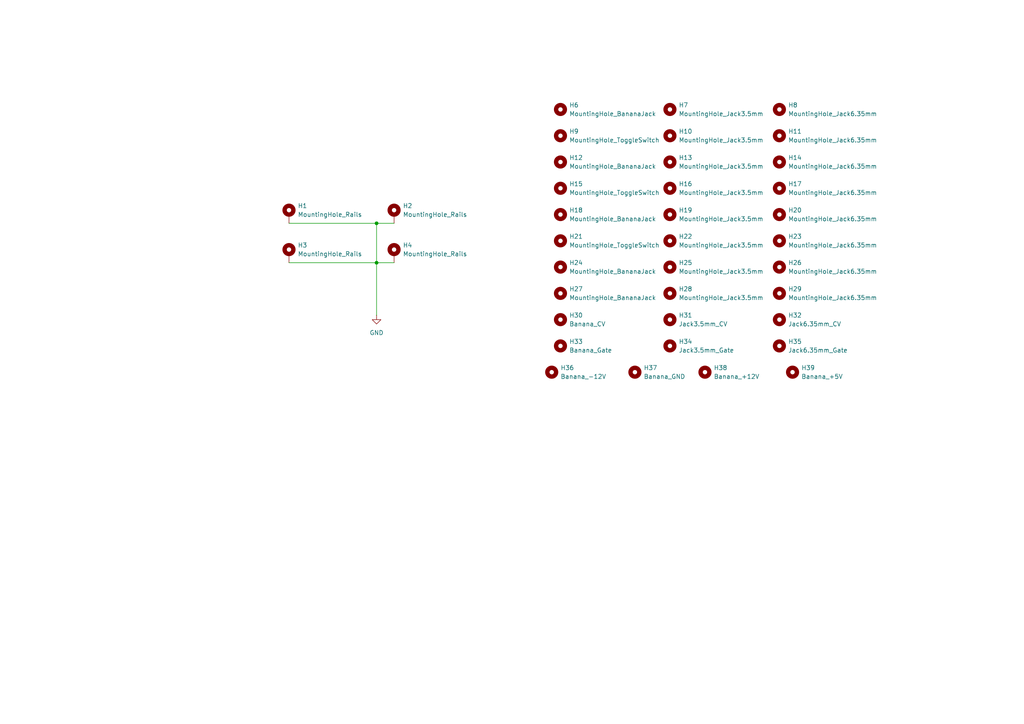
<source format=kicad_sch>
(kicad_sch (version 20231120) (generator "eeschema") (generator_version "8.0")
  (paper "A4")
  (lib_symbols
    (symbol "Synth_Stuff:MountingHole_BananaJack" (pin_names (offset 1.016)) (exclude_from_sim yes) (in_bom no)
      (property "Reference" "H" (at 0 5.08 0))
      (property "Value" "MountingHole_BananaJack" (at 0 3.175 0))
      (symbol "MountingHole_BananaJack_0_1"
        (circle (center 0 0) (radius 1.27) (stroke (width 1.27)))
      )
    )
    (symbol "Synth_Stuff:MountingHole_Jack3.5mm" (pin_names (offset 1.016)) (exclude_from_sim yes) (in_bom no)
      (property "Reference" "H" (at 0 5.08 0))
      (property "Value" "MountingHole_Jack3.5mm" (at 0 3.175 0))
      (symbol "MountingHole_Jack3.5mm_0_1"
        (circle (center 0 0) (radius 1.27) (stroke (width 1.27)))
      )
    )
    (symbol "Synth_Stuff:MountingHole_Jack6.35mm" (pin_names (offset 1.016)) (exclude_from_sim yes) (in_bom no)
      (property "Reference" "H" (at 0 5.08 0))
      (property "Value" "MountingHole_Jack6.35mm" (at 0 3.175 0))
      (symbol "MountingHole_Jack6.35mm_0_1"
        (circle (center 0 0) (radius 1.27) (stroke (width 1.27)))
      )
    )
    (symbol "Synth_Stuff:MountingHole_Rails" (pin_numbers hide) (pin_names (offset 1.016) hide) (exclude_from_sim yes) (in_bom no)
      (property "Reference" "H" (at 0 6.35 0))
      (property "Value" "MountingHole_Rails" (at 0 4.445 0))
      (symbol "MountingHole_Rails_0_1"
        (circle (center 0 1.27) (radius 1.27) (stroke (width 1.27)))
      )
      (symbol "MountingHole_Rails_1_1"
        (pin input line (at 0 -2.54 90) (length 2.54) (name "1") (number "1"))
      )
    )
    (symbol "Synth_Stuff:MountingHole_ToggleSwitch" (pin_names (offset 1.016)) (exclude_from_sim yes) (in_bom no)
      (property "Reference" "H" (at 0 5.08 0))
      (property "Value" "MountingHole_ToggleSwitch" (at 0 3.175 0))
      (symbol "MountingHole_ToggleSwitch_0_1"
        (circle (center 0 0) (radius 1.27) (stroke (width 1.27)))
      )
    )
    (symbol "power:GND" (power) (pin_numbers hide) (pin_names (offset 0) hide)
      (property "Value" "GND" (at 0 -3.81 0))
      (symbol "GND_0_1"
        (polyline (pts (xy 0 0) (xy 0 -1.27) (xy 1.27 -1.27) (xy 0 -2.54) (xy -1.27 -1.27) (xy 0 -1.27)))
      )
      (symbol "GND_1_1"
        (pin power_in line (at 0 0 270) (length 0) (name "~") (number "1"))
      )
    )
  )
  (junction (at 109.22 64.77))
  (junction (at 109.22 76.2))
  (wire (pts (xy 109.22 64.77) (xy 109.22 76.2)))
  (wire (pts (xy 109.22 76.2) (xy 109.22 91.44)))
  (wire (pts (xy 83.82 64.77) (xy 109.22 64.77)))
  (wire (pts (xy 83.82 76.2) (xy 109.22 76.2)))
  (wire (pts (xy 109.22 76.2) (xy 114.3 76.2)))
  (wire (pts (xy 109.22 64.77) (xy 114.3 64.77)))
  (symbol (lib_id "Synth_Stuff:MountingHole_Jack3.5mm") (at 194.31 100.33 0) (unit 1) (exclude_from_sim yes) (in_bom no)
    (property "Reference" "H34" (at 196.85 99.0599 0) (effects (justify left)))
    (property "Value" "Jack3.5mm_Gate" (at 196.85 101.5999 0) (effects (justify left)))
    (property "Footprint" "SynthStuff:Jack_3.5mm_Cutout" (effects (hide yes)))
    (property "Description" "Mounting Hole without connection" (effects (hide yes)))
  )
  (symbol (lib_id "Synth_Stuff:MountingHole_BananaJack") (at 184.15 107.95 0) (unit 1) (exclude_from_sim yes) (in_bom no)
    (property "Reference" "H37" (at 186.69 106.6799 0) (effects (justify left)))
    (property "Value" "Banana_GND" (at 186.69 109.2199 0) (effects (justify left)))
    (property "Footprint" "SynthStuff:Banana_Jack_Cutout" (effects (hide yes)))
    (property "Description" "Mounting Hole without connection" (effects (hide yes)))
  )
  (symbol (lib_id "Synth_Stuff:MountingHole_Jack3.5mm") (at 194.31 92.71 0) (unit 1) (exclude_from_sim yes) (in_bom no)
    (property "Reference" "H31" (at 196.85 91.4399 0) (effects (justify left)))
    (property "Value" "Jack3.5mm_CV" (at 196.85 93.9799 0) (effects (justify left)))
    (property "Footprint" "SynthStuff:Jack_3.5mm_Cutout" (effects (hide yes)))
    (property "Description" "Mounting Hole without connection" (effects (hide yes)))
  )
  (symbol (lib_id "Synth_Stuff:MountingHole_Jack6.35mm") (at 226.06 46.99 0) (unit 1) (exclude_from_sim yes) (in_bom no)
    (property "Reference" "H14" (at 228.6 45.7199 0) (effects (justify left)))
    (property "Value" "MountingHole_Jack6.35mm" (at 228.6 48.2599 0) (effects (justify left)))
    (property "Footprint" "SynthStuff:Jack_6.35mm_Cutout" (effects (hide yes)))
    (property "Description" "Mounting Hole without connection" (effects (hide yes)))
  )
  (symbol (lib_id "Synth_Stuff:MountingHole_ToggleSwitch") (at 162.56 39.37 0) (unit 1) (exclude_from_sim yes) (in_bom no)
    (property "Reference" "H9" (at 165.1 38.0999 0) (effects (justify left)))
    (property "Value" "MountingHole_ToggleSwitch" (at 165.1 40.6399 0) (effects (justify left)))
    (property "Footprint" "SynthStuff:Toggle_Switch_Cutout" (effects (hide yes)))
    (property "Description" "Mounting Hole without connection" (effects (hide yes)))
  )
  (symbol (lib_id "Synth_Stuff:MountingHole_BananaJack") (at 162.56 85.09 0) (unit 1) (exclude_from_sim yes) (in_bom no)
    (property "Reference" "H27" (at 165.1 83.8199 0) (effects (justify left)))
    (property "Value" "MountingHole_BananaJack" (at 165.1 86.3599 0) (effects (justify left)))
    (property "Footprint" "SynthStuff:Banana_Jack_Cutout" (effects (hide yes)))
    (property "Description" "Mounting Hole without connection" (effects (hide yes)))
  )
  (symbol (lib_id "Synth_Stuff:MountingHole_Jack6.35mm") (at 226.06 77.47 0) (unit 1) (exclude_from_sim yes) (in_bom no)
    (property "Reference" "H26" (at 228.6 76.1999 0) (effects (justify left)))
    (property "Value" "MountingHole_Jack6.35mm" (at 228.6 78.7399 0) (effects (justify left)))
    (property "Footprint" "SynthStuff:Jack_6.35mm_Cutout" (effects (hide yes)))
    (property "Description" "Mounting Hole without connection" (effects (hide yes)))
  )
  (symbol (lib_id "Synth_Stuff:MountingHole_Jack3.5mm") (at 194.31 31.75 0) (unit 1) (exclude_from_sim yes) (in_bom no)
    (property "Reference" "H7" (at 196.85 30.4799 0) (effects (justify left)))
    (property "Value" "MountingHole_Jack3.5mm" (at 196.85 33.0199 0) (effects (justify left)))
    (property "Footprint" "SynthStuff:Jack_3.5mm_Cutout" (effects (hide yes)))
    (property "Description" "Mounting Hole without connection" (effects (hide yes)))
  )
  (symbol (lib_id "Synth_Stuff:MountingHole_ToggleSwitch") (at 162.56 69.85 0) (unit 1) (exclude_from_sim yes) (in_bom no)
    (property "Reference" "H21" (at 165.1 68.5799 0) (effects (justify left)))
    (property "Value" "MountingHole_ToggleSwitch" (at 165.1 71.1199 0) (effects (justify left)))
    (property "Footprint" "SynthStuff:Toggle_Switch_Cutout" (effects (hide yes)))
    (property "Description" "Mounting Hole without connection" (effects (hide yes)))
  )
  (symbol (lib_id "Synth_Stuff:MountingHole_Jack3.5mm") (at 194.31 85.09 0) (unit 1) (exclude_from_sim yes) (in_bom no)
    (property "Reference" "H28" (at 196.85 83.8199 0) (effects (justify left)))
    (property "Value" "MountingHole_Jack3.5mm" (at 196.85 86.3599 0) (effects (justify left)))
    (property "Footprint" "SynthStuff:Jack_3.5mm_Cutout" (effects (hide yes)))
    (property "Description" "Mounting Hole without connection" (effects (hide yes)))
  )
  (symbol (lib_id "Synth_Stuff:MountingHole_ToggleSwitch") (at 162.56 54.61 0) (unit 1) (exclude_from_sim yes) (in_bom no)
    (property "Reference" "H15" (at 165.1 53.3399 0) (effects (justify left)))
    (property "Value" "MountingHole_ToggleSwitch" (at 165.1 55.8799 0) (effects (justify left)))
    (property "Footprint" "SynthStuff:Toggle_Switch_Cutout" (effects (hide yes)))
    (property "Description" "Mounting Hole without connection" (effects (hide yes)))
  )
  (symbol (lib_id "Synth_Stuff:MountingHole_BananaJack") (at 204.47 107.95 0) (unit 1) (exclude_from_sim yes) (in_bom no)
    (property "Reference" "H38" (at 207.01 106.6799 0) (effects (justify left)))
    (property "Value" "Banana_+12V" (at 207.01 109.2199 0) (effects (justify left)))
    (property "Footprint" "SynthStuff:Banana_Jack_Cutout" (effects (hide yes)))
    (property "Description" "Mounting Hole without connection" (effects (hide yes)))
  )
  (symbol (lib_id "Synth_Stuff:MountingHole_Jack6.35mm") (at 226.06 69.85 0) (unit 1) (exclude_from_sim yes) (in_bom no)
    (property "Reference" "H23" (at 228.6 68.5799 0) (effects (justify left)))
    (property "Value" "MountingHole_Jack6.35mm" (at 228.6 71.1199 0) (effects (justify left)))
    (property "Footprint" "SynthStuff:Jack_6.35mm_Cutout" (effects (hide yes)))
    (property "Description" "Mounting Hole without connection" (effects (hide yes)))
  )
  (symbol (lib_id "Synth_Stuff:MountingHole_Jack6.35mm") (at 226.06 85.09 0) (unit 1) (exclude_from_sim yes) (in_bom no)
    (property "Reference" "H29" (at 228.6 83.8199 0) (effects (justify left)))
    (property "Value" "MountingHole_Jack6.35mm" (at 228.6 86.3599 0) (effects (justify left)))
    (property "Footprint" "SynthStuff:Jack_6.35mm_Cutout" (effects (hide yes)))
    (property "Description" "Mounting Hole without connection" (effects (hide yes)))
  )
  (symbol (lib_id "Synth_Stuff:MountingHole_BananaJack") (at 229.87 107.95 0) (unit 1) (exclude_from_sim yes) (in_bom no)
    (property "Reference" "H39" (at 232.41 106.6799 0) (effects (justify left)))
    (property "Value" "Banana_+5V" (at 232.41 109.2199 0) (effects (justify left)))
    (property "Footprint" "SynthStuff:Banana_Jack_Cutout" (effects (hide yes)))
    (property "Description" "Mounting Hole without connection" (effects (hide yes)))
  )
  (symbol (lib_id "Synth_Stuff:MountingHole_Jack6.35mm") (at 226.06 100.33 0) (unit 1) (exclude_from_sim yes) (in_bom no)
    (property "Reference" "H35" (at 228.6 99.0599 0) (effects (justify left)))
    (property "Value" "Jack6.35mm_Gate" (at 228.6 101.5999 0) (effects (justify left)))
    (property "Footprint" "SynthStuff:Jack_6.35mm_Cutout" (effects (hide yes)))
    (property "Description" "Mounting Hole without connection" (effects (hide yes)))
  )
  (symbol (lib_id "Synth_Stuff:MountingHole_Rails") (at 114.3 73.66 0) (unit 1) (exclude_from_sim yes) (in_bom no)
    (property "Reference" "H4" (at 116.84 71.1199 0) (effects (justify left)))
    (property "Value" "MountingHole_Rails" (at 116.84 73.6599 0) (effects (justify left)))
    (property "Footprint" "SynthStuff:MountingHole_3.2mm_M3_Pad4mm" (effects (hide yes)))
    (property "Description" "Mounting Hole with connection" (effects (hide yes)))
  )
  (symbol (lib_id "Synth_Stuff:MountingHole_BananaJack") (at 160.02 107.95 0) (unit 1) (exclude_from_sim yes) (in_bom no)
    (property "Reference" "H36" (at 162.56 106.6799 0) (effects (justify left)))
    (property "Value" "Banana_-12V" (at 162.56 109.2199 0) (effects (justify left)))
    (property "Footprint" "SynthStuff:Banana_Jack_Cutout" (effects (hide yes)))
    (property "Description" "Mounting Hole without connection" (effects (hide yes)))
  )
  (symbol (lib_id "Synth_Stuff:MountingHole_Jack3.5mm") (at 194.31 69.85 0) (unit 1) (exclude_from_sim yes) (in_bom no)
    (property "Reference" "H22" (at 196.85 68.5799 0) (effects (justify left)))
    (property "Value" "MountingHole_Jack3.5mm" (at 196.85 71.1199 0) (effects (justify left)))
    (property "Footprint" "SynthStuff:Jack_3.5mm_Cutout" (effects (hide yes)))
    (property "Description" "Mounting Hole without connection" (effects (hide yes)))
  )
  (symbol (lib_id "Synth_Stuff:MountingHole_BananaJack") (at 162.56 46.99 0) (unit 1) (exclude_from_sim yes) (in_bom no)
    (property "Reference" "H12" (at 165.1 45.7199 0) (effects (justify left)))
    (property "Value" "MountingHole_BananaJack" (at 165.1 48.2599 0) (effects (justify left)))
    (property "Footprint" "SynthStuff:Banana_Jack_Cutout" (effects (hide yes)))
    (property "Description" "Mounting Hole without connection" (effects (hide yes)))
  )
  (symbol (lib_id "Synth_Stuff:MountingHole_Rails") (at 114.3 62.23 0) (unit 1) (exclude_from_sim yes) (in_bom no)
    (property "Reference" "H2" (at 116.84 59.6899 0) (effects (justify left)))
    (property "Value" "MountingHole_Rails" (at 116.84 62.2299 0) (effects (justify left)))
    (property "Footprint" "SynthStuff:MountingHole_3.2mm_M3_Pad4mm" (effects (hide yes)))
    (property "Description" "Mounting Hole with connection" (effects (hide yes)))
  )
  (symbol (lib_id "Synth_Stuff:MountingHole_BananaJack") (at 162.56 92.71 0) (unit 1) (exclude_from_sim yes) (in_bom no)
    (property "Reference" "H30" (at 165.1 91.4399 0) (effects (justify left)))
    (property "Value" "Banana_CV" (at 165.1 93.9799 0) (effects (justify left)))
    (property "Footprint" "SynthStuff:Banana_Jack_Cutout" (effects (hide yes)))
    (property "Description" "Mounting Hole without connection" (effects (hide yes)))
  )
  (symbol (lib_id "power:GND") (at 109.22 91.44 0) (unit 1)
    (property "Reference" "#PWR0101" (effects (hide yes)))
    (property "Value" "GND" (at 109.22 96.52 0))
    (property "Description" "Power symbol creates a global label with name \"GND\" , ground" (effects (hide yes)))
  )
  (symbol (lib_id "Synth_Stuff:MountingHole_Jack6.35mm") (at 226.06 31.75 0) (unit 1) (exclude_from_sim yes) (in_bom no)
    (property "Reference" "H8" (at 228.6 30.4799 0) (effects (justify left)))
    (property "Value" "MountingHole_Jack6.35mm" (at 228.6 33.0199 0) (effects (justify left)))
    (property "Footprint" "SynthStuff:Jack_6.35mm_Cutout" (effects (hide yes)))
    (property "Description" "Mounting Hole without connection" (effects (hide yes)))
  )
  (symbol (lib_id "Synth_Stuff:MountingHole_BananaJack") (at 162.56 31.75 0) (unit 1) (exclude_from_sim yes) (in_bom no)
    (property "Reference" "H6" (at 165.1 30.4799 0) (effects (justify left)))
    (property "Value" "MountingHole_BananaJack" (at 165.1 33.0199 0) (effects (justify left)))
    (property "Footprint" "SynthStuff:Banana_Jack_Cutout" (effects (hide yes)))
    (property "Description" "Mounting Hole without connection" (effects (hide yes)))
  )
  (symbol (lib_id "Synth_Stuff:MountingHole_Jack3.5mm") (at 194.31 54.61 0) (unit 1) (exclude_from_sim yes) (in_bom no)
    (property "Reference" "H16" (at 196.85 53.3399 0) (effects (justify left)))
    (property "Value" "MountingHole_Jack3.5mm" (at 196.85 55.8799 0) (effects (justify left)))
    (property "Footprint" "SynthStuff:Jack_3.5mm_Cutout" (effects (hide yes)))
    (property "Description" "Mounting Hole without connection" (effects (hide yes)))
  )
  (symbol (lib_id "Synth_Stuff:MountingHole_Jack3.5mm") (at 194.31 46.99 0) (unit 1) (exclude_from_sim yes) (in_bom no)
    (property "Reference" "H13" (at 196.85 45.7199 0) (effects (justify left)))
    (property "Value" "MountingHole_Jack3.5mm" (at 196.85 48.2599 0) (effects (justify left)))
    (property "Footprint" "SynthStuff:Jack_3.5mm_Cutout" (effects (hide yes)))
    (property "Description" "Mounting Hole without connection" (effects (hide yes)))
  )
  (symbol (lib_id "Synth_Stuff:MountingHole_Jack6.35mm") (at 226.06 39.37 0) (unit 1) (exclude_from_sim yes) (in_bom no)
    (property "Reference" "H11" (at 228.6 38.0999 0) (effects (justify left)))
    (property "Value" "MountingHole_Jack6.35mm" (at 228.6 40.6399 0) (effects (justify left)))
    (property "Footprint" "SynthStuff:Jack_6.35mm_Cutout" (effects (hide yes)))
    (property "Description" "Mounting Hole without connection" (effects (hide yes)))
  )
  (symbol (lib_id "Synth_Stuff:MountingHole_Jack6.35mm") (at 226.06 62.23 0) (unit 1) (exclude_from_sim yes) (in_bom no)
    (property "Reference" "H20" (at 228.6 60.9599 0) (effects (justify left)))
    (property "Value" "MountingHole_Jack6.35mm" (at 228.6 63.4999 0) (effects (justify left)))
    (property "Footprint" "SynthStuff:Jack_6.35mm_Cutout" (effects (hide yes)))
    (property "Description" "Mounting Hole without connection" (effects (hide yes)))
  )
  (symbol (lib_id "Synth_Stuff:MountingHole_BananaJack") (at 162.56 62.23 0) (unit 1) (exclude_from_sim yes) (in_bom no)
    (property "Reference" "H18" (at 165.1 60.9599 0) (effects (justify left)))
    (property "Value" "MountingHole_BananaJack" (at 165.1 63.4999 0) (effects (justify left)))
    (property "Footprint" "SynthStuff:Banana_Jack_Cutout" (effects (hide yes)))
    (property "Description" "Mounting Hole without connection" (effects (hide yes)))
  )
  (symbol (lib_id "Synth_Stuff:MountingHole_Jack6.35mm") (at 226.06 54.61 0) (unit 1) (exclude_from_sim yes) (in_bom no)
    (property "Reference" "H17" (at 228.6 53.3399 0) (effects (justify left)))
    (property "Value" "MountingHole_Jack6.35mm" (at 228.6 55.8799 0) (effects (justify left)))
    (property "Footprint" "SynthStuff:Jack_6.35mm_Cutout" (effects (hide yes)))
    (property "Description" "Mounting Hole without connection" (effects (hide yes)))
  )
  (symbol (lib_id "Synth_Stuff:MountingHole_Jack3.5mm") (at 194.31 39.37 0) (unit 1) (exclude_from_sim yes) (in_bom no)
    (property "Reference" "H10" (at 196.85 38.0999 0) (effects (justify left)))
    (property "Value" "MountingHole_Jack3.5mm" (at 196.85 40.6399 0) (effects (justify left)))
    (property "Footprint" "SynthStuff:Jack_3.5mm_Cutout" (effects (hide yes)))
    (property "Description" "Mounting Hole without connection" (effects (hide yes)))
  )
  (symbol (lib_id "Synth_Stuff:MountingHole_Jack6.35mm") (at 226.06 92.71 0) (unit 1) (exclude_from_sim yes) (in_bom no)
    (property "Reference" "H32" (at 228.6 91.4399 0) (effects (justify left)))
    (property "Value" "Jack6.35mm_CV" (at 228.6 93.9799 0) (effects (justify left)))
    (property "Footprint" "SynthStuff:Jack_6.35mm_Cutout" (effects (hide yes)))
    (property "Description" "Mounting Hole without connection" (effects (hide yes)))
  )
  (symbol (lib_id "Synth_Stuff:MountingHole_Jack3.5mm") (at 194.31 62.23 0) (unit 1) (exclude_from_sim yes) (in_bom no)
    (property "Reference" "H19" (at 196.85 60.9599 0) (effects (justify left)))
    (property "Value" "MountingHole_Jack3.5mm" (at 196.85 63.4999 0) (effects (justify left)))
    (property "Footprint" "SynthStuff:Jack_3.5mm_Cutout" (effects (hide yes)))
    (property "Description" "Mounting Hole without connection" (effects (hide yes)))
  )
  (symbol (lib_id "Synth_Stuff:MountingHole_Rails") (at 83.82 73.66 0) (unit 1) (exclude_from_sim yes) (in_bom no)
    (property "Reference" "H3" (at 86.36 71.1199 0) (effects (justify left)))
    (property "Value" "MountingHole_Rails" (at 86.36 73.6599 0) (effects (justify left)))
    (property "Footprint" "SynthStuff:MountingHole_3.2mm_M3_Pad4mm" (effects (hide yes)))
    (property "Description" "Mounting Hole with connection" (effects (hide yes)))
  )
  (symbol (lib_id "Synth_Stuff:MountingHole_BananaJack") (at 162.56 100.33 0) (unit 1) (exclude_from_sim yes) (in_bom no)
    (property "Reference" "H33" (at 165.1 99.0599 0) (effects (justify left)))
    (property "Value" "Banana_Gate" (at 165.1 101.5999 0) (effects (justify left)))
    (property "Footprint" "SynthStuff:Banana_Jack_Cutout" (effects (hide yes)))
    (property "Description" "Mounting Hole without connection" (effects (hide yes)))
  )
  (symbol (lib_id "Synth_Stuff:MountingHole_Rails") (at 83.82 62.23 0) (unit 1) (exclude_from_sim yes) (in_bom no)
    (property "Reference" "H1" (at 86.36 59.6899 0) (effects (justify left)))
    (property "Value" "MountingHole_Rails" (at 86.36 62.2299 0) (effects (justify left)))
    (property "Footprint" "SynthStuff:MountingHole_3.2mm_M3_Pad4mm" (effects (hide yes)))
    (property "Description" "Mounting Hole with connection" (effects (hide yes)))
  )
  (symbol (lib_id "Synth_Stuff:MountingHole_BananaJack") (at 162.56 77.47 0) (unit 1) (exclude_from_sim yes) (in_bom no)
    (property "Reference" "H24" (at 165.1 76.1999 0) (effects (justify left)))
    (property "Value" "MountingHole_BananaJack" (at 165.1 78.7399 0) (effects (justify left)))
    (property "Footprint" "SynthStuff:Banana_Jack_Cutout" (effects (hide yes)))
    (property "Description" "Mounting Hole without connection" (effects (hide yes)))
  )
  (symbol (lib_id "Synth_Stuff:MountingHole_Jack3.5mm") (at 194.31 77.47 0) (unit 1) (exclude_from_sim yes) (in_bom no)
    (property "Reference" "H25" (at 196.85 76.1999 0) (effects (justify left)))
    (property "Value" "MountingHole_Jack3.5mm" (at 196.85 78.7399 0) (effects (justify left)))
    (property "Footprint" "SynthStuff:Jack_3.5mm_Cutout" (effects (hide yes)))
    (property "Description" "Mounting Hole without connection" (effects (hide yes)))
  )
)
</source>
